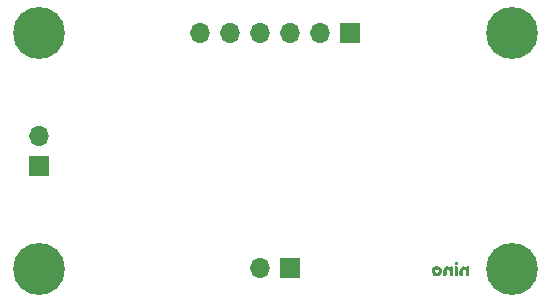
<source format=gbs>
%TF.GenerationSoftware,KiCad,Pcbnew,(6.0.0)*%
%TF.CreationDate,2023-02-05T21:46:31-06:00*%
%TF.ProjectId,drv8212p_eval,64727638-3231-4327-905f-6576616c2e6b,rev?*%
%TF.SameCoordinates,Original*%
%TF.FileFunction,Soldermask,Bot*%
%TF.FilePolarity,Negative*%
%FSLAX46Y46*%
G04 Gerber Fmt 4.6, Leading zero omitted, Abs format (unit mm)*
G04 Created by KiCad (PCBNEW (6.0.0)) date 2023-02-05 21:46:31*
%MOMM*%
%LPD*%
G01*
G04 APERTURE LIST*
%ADD10O,1.700000X1.700000*%
%ADD11R,1.700000X1.700000*%
%ADD12C,4.400000*%
G04 APERTURE END LIST*
G36*
X143678275Y-90620713D02*
G01*
X143575286Y-90608608D01*
X143475869Y-90572294D01*
X143385580Y-90510381D01*
X143309975Y-90421481D01*
X143258778Y-90311745D01*
X143241713Y-90187325D01*
X143242102Y-90184150D01*
X143522700Y-90184150D01*
X143535797Y-90252412D01*
X143575087Y-90301625D01*
X143679862Y-90341313D01*
X143783050Y-90302419D01*
X143821150Y-90254000D01*
X143833850Y-90186531D01*
X143821547Y-90118864D01*
X143784638Y-90069850D01*
X143678275Y-90030162D01*
X143571912Y-90068262D01*
X143535003Y-90116284D01*
X143522700Y-90184150D01*
X143242102Y-90184150D01*
X143256353Y-90067822D01*
X143300274Y-89963311D01*
X143373475Y-89873794D01*
X143465726Y-89805443D01*
X143566797Y-89764433D01*
X143676687Y-89750762D01*
X143786754Y-89764521D01*
X143888354Y-89805796D01*
X143981487Y-89874587D01*
X144055571Y-89964546D01*
X144100021Y-90069321D01*
X144114837Y-90188912D01*
X144097970Y-90309364D01*
X144047369Y-90416719D01*
X143972161Y-90505222D01*
X143881475Y-90569119D01*
X143781462Y-90607814D01*
X143679862Y-90620514D01*
X143678275Y-90620713D01*
G37*
G36*
X144993916Y-89779734D02*
G01*
X145035587Y-89809500D01*
X145050669Y-89849981D01*
X145053050Y-89903162D01*
X145053050Y-90465138D01*
X145050669Y-90519906D01*
X145037175Y-90561975D01*
X144995503Y-90594122D01*
X144914937Y-90604837D01*
X144833578Y-90594122D01*
X144792700Y-90561975D01*
X144777619Y-90521494D01*
X144775237Y-90466725D01*
X144775237Y-90185738D01*
X144736344Y-90085725D01*
X144634744Y-90047625D01*
X144534731Y-90084137D01*
X144497425Y-90185738D01*
X144497425Y-90465138D01*
X144487900Y-90546100D01*
X144446625Y-90590153D01*
X144357725Y-90604837D01*
X144275969Y-90594122D01*
X144233900Y-90561975D01*
X144220406Y-90521494D01*
X144218025Y-90466725D01*
X144218025Y-90187325D01*
X144229755Y-90076817D01*
X144264944Y-89978128D01*
X144323594Y-89891256D01*
X144399882Y-89823787D01*
X144487988Y-89783306D01*
X144587912Y-89769812D01*
X144706975Y-89806325D01*
X144749837Y-89839662D01*
X144778412Y-89871412D01*
X144794287Y-89806325D01*
X144835166Y-89778941D01*
X144913350Y-89769812D01*
X144993916Y-89779734D01*
G37*
G36*
X146360753Y-89779734D02*
G01*
X146402425Y-89809500D01*
X146417506Y-89849981D01*
X146419887Y-89903162D01*
X146419887Y-90465138D01*
X146417506Y-90519906D01*
X146404013Y-90561975D01*
X146362341Y-90594122D01*
X146281775Y-90604837D01*
X146200416Y-90594122D01*
X146159538Y-90561975D01*
X146144456Y-90521494D01*
X146142075Y-90466725D01*
X146142075Y-90185738D01*
X146103181Y-90085725D01*
X146001581Y-90047625D01*
X145901569Y-90084137D01*
X145864263Y-90185738D01*
X145864263Y-90465138D01*
X145854738Y-90546100D01*
X145813462Y-90590153D01*
X145724562Y-90604837D01*
X145642806Y-90594122D01*
X145600737Y-90561975D01*
X145587244Y-90521494D01*
X145584863Y-90466725D01*
X145584863Y-90187325D01*
X145596592Y-90076817D01*
X145631782Y-89978128D01*
X145690431Y-89891256D01*
X145766719Y-89823787D01*
X145854826Y-89783306D01*
X145954750Y-89769812D01*
X146073812Y-89806325D01*
X146116675Y-89839662D01*
X146145250Y-89871412D01*
X146161125Y-89806325D01*
X146202003Y-89778941D01*
X146280188Y-89769812D01*
X146360753Y-89779734D01*
G37*
G36*
X145399919Y-89781719D02*
G01*
X145441987Y-89812675D01*
X145455481Y-89854744D01*
X145457862Y-89909512D01*
X145457862Y-90466725D01*
X145455481Y-90522288D01*
X145441987Y-90563563D01*
X145400316Y-90595709D01*
X145319750Y-90606425D01*
X145238391Y-90596106D01*
X145197512Y-90565150D01*
X145182431Y-90523081D01*
X145180050Y-90468312D01*
X145180050Y-89912687D01*
X145181637Y-89866650D01*
X145210212Y-89798387D01*
X145318162Y-89771400D01*
X145399919Y-89781719D01*
G37*
G36*
X145399919Y-89390003D02*
G01*
X145441987Y-89422150D01*
X145455481Y-89462631D01*
X145457862Y-89517400D01*
X145455481Y-89572169D01*
X145441194Y-89614237D01*
X145399125Y-89647575D01*
X145318956Y-89657100D01*
X145238787Y-89647575D01*
X145196719Y-89615031D01*
X145182431Y-89573756D01*
X145180050Y-89518987D01*
X145182431Y-89464219D01*
X145197512Y-89422150D01*
X145237994Y-89390003D01*
X145318162Y-89379287D01*
X145399919Y-89390003D01*
G37*
D10*
X128732200Y-89916000D03*
D11*
X131272200Y-89916000D03*
D12*
X110000000Y-70000000D03*
D11*
X136350000Y-70000000D03*
D10*
X133810000Y-70000000D03*
X131270000Y-70000000D03*
X128730000Y-70000000D03*
X126190000Y-70000000D03*
X123650000Y-70000000D03*
D11*
X110000000Y-81300000D03*
D10*
X110000000Y-78760000D03*
D12*
X150000000Y-90000000D03*
X150000000Y-70000000D03*
X110000000Y-90000000D03*
M02*

</source>
